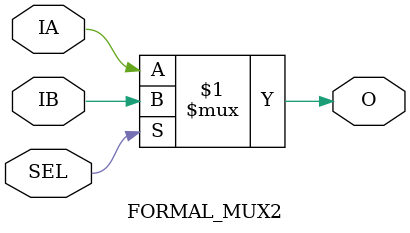
<source format=v>
/*
 *  yosys -- Yosys Open SYnthesis Suite
 *
 *  Copyright (C) 2012  Clifford Wolf <clifford@clifford.at>
 *
 *  Permission to use, copy, modify, and/or distribute this software for any
 *  purpose with or without fee is hereby granted, provided that the above
 *  copyright notice and this permission notice appear in all copies.
 *
 *  THE SOFTWARE IS PROVIDED "AS IS" AND THE AUTHOR DISCLAIMS ALL WARRANTIES
 *  WITH REGARD TO THIS SOFTWARE INCLUDING ALL IMPLIED WARRANTIES OF
 *  MERCHANTABILITY AND FITNESS. IN NO EVENT SHALL THE AUTHOR BE LIABLE FOR
 *  ANY SPECIAL, DIRECT, INDIRECT, OR CONSEQUENTIAL DAMAGES OR ANY DAMAGES
 *  WHATSOEVER RESULTING FROM LOSS OF USE, DATA OR PROFITS, WHETHER IN AN
 *  ACTION OF CONTRACT, NEGLIGENCE OR OTHER TORTIOUS ACTION, ARISING OUT OF
 *  OR IN CONNECTION WITH THE USE OR PERFORMANCE OF THIS SOFTWARE.
 *
 */

// See Xilinx UG953 and UG474 for a description of the cell types below.
// http://www.xilinx.com/support/documentation/user_guides/ug474_7Series_CLB.pdf
// http://www.xilinx.com/support/documentation/sw_manuals/xilinx2014_4/ug953-vivado-7series-libraries.pdf

module VCC(output P);
  assign P = 1;
endmodule

module GND(output G);
  assign G = 0;
endmodule

module IBUF(output O, input I);
  parameter IOSTANDARD = "default";
  parameter IBUF_LOW_PWR = 0;
  assign O = I;
endmodule

module OBUF(output O, input I);
  parameter IOSTANDARD = "default";
  parameter DRIVE = 12;
  parameter SLEW = "SLOW";
  assign O = I;
endmodule

module BUFG(output O, input I);
  assign O = I;
endmodule

module BUFGCTRL(
    output O,
    input I0, input I1,
    input S0, input S1,
    input CE0, input CE1,
    input IGNORE0, input IGNORE1);

parameter [0:0] INIT_OUT = 1'b0;
parameter PRESELECT_I0 = "FALSE";
parameter PRESELECT_I1 = "FALSE";
parameter [0:0] IS_CE0_INVERTED = 1'b0;
parameter [0:0] IS_CE1_INVERTED = 1'b0;
parameter [0:0] IS_S0_INVERTED = 1'b0;
parameter [0:0] IS_S1_INVERTED = 1'b0;
parameter [0:0] IS_IGNORE0_INVERTED = 1'b0;
parameter [0:0] IS_IGNORE1_INVERTED = 1'b0;

wire I0_internal = ((CE0 ^ IS_CE0_INVERTED) ? I0 : INIT_OUT);
wire I1_internal = ((CE1 ^ IS_CE1_INVERTED) ? I1 : INIT_OUT);
wire S0_true = (S0 ^ IS_S0_INVERTED);
wire S1_true = (S1 ^ IS_S1_INVERTED);

assign O = S0_true ? I0_internal : (S1_true ? I1_internal : INIT_OUT);

endmodule

module BUFHCE(output O, input I, input CE);

parameter [0:0] INIT_OUT = 1'b0;
parameter CE_TYPE = "SYNC";
parameter [0:0] IS_CE_INVERTED = 1'b0;

assign O = ((CE ^ IS_CE_INVERTED) ? I : INIT_OUT);

endmodule

// module OBUFT(output O, input I, T);
//   assign O = T ? 1'bz : I;
// endmodule

// module IOBUF(inout IO, output O, input I, T);
//   assign O = IO, IO = T ? 1'bz : I;
// endmodule

module INV(output O, input I);
  assign O = !I;
endmodule

module LUT1(output O, input I0);
  parameter [1:0] INIT = 0;
  assign O = I0 ? INIT[1] : INIT[0];
endmodule

module LUT2(output O, input I0, I1);
  parameter [3:0] INIT = 0;
  wire [ 1: 0] s1 = I1 ? INIT[ 3: 2] : INIT[ 1: 0];
  assign O = I0 ? s1[1] : s1[0];
endmodule

module LUT3(output O, input I0, I1, I2);
  parameter [7:0] INIT = 0;
  wire [ 3: 0] s2 = I2 ? INIT[ 7: 4] : INIT[ 3: 0];
  wire [ 1: 0] s1 = I1 ?   s2[ 3: 2] :   s2[ 1: 0];
  assign O = I0 ? s1[1] : s1[0];
endmodule

module LUT4(output O, input I0, I1, I2, I3);
  parameter [15:0] INIT = 0;
  wire [ 7: 0] s3 = I3 ? INIT[15: 8] : INIT[ 7: 0];
  wire [ 3: 0] s2 = I2 ?   s3[ 7: 4] :   s3[ 3: 0];
  wire [ 1: 0] s1 = I1 ?   s2[ 3: 2] :   s2[ 1: 0];
  assign O = I0 ? s1[1] : s1[0];
endmodule

module LUT5(output O, input I0, I1, I2, I3, I4);
  parameter [31:0] INIT = 0;
  wire [15: 0] s4 = I4 ? INIT[31:16] : INIT[15: 0];
  wire [ 7: 0] s3 = I3 ?   s4[15: 8] :   s4[ 7: 0];
  wire [ 3: 0] s2 = I2 ?   s3[ 7: 4] :   s3[ 3: 0];
  wire [ 1: 0] s1 = I1 ?   s2[ 3: 2] :   s2[ 1: 0];
  assign O = I0 ? s1[1] : s1[0];
endmodule

module LUT6(output O, input I0, I1, I2, I3, I4, I5);
  parameter [63:0] INIT = 0;
  wire [31: 0] s5 = I5 ? INIT[63:32] : INIT[31: 0];
  wire [15: 0] s4 = I4 ?   s5[31:16] :   s5[15: 0];
  wire [ 7: 0] s3 = I3 ?   s4[15: 8] :   s4[ 7: 0];
  wire [ 3: 0] s2 = I2 ?   s3[ 7: 4] :   s3[ 3: 0];
  wire [ 1: 0] s1 = I1 ?   s2[ 3: 2] :   s2[ 1: 0];
  assign O = I0 ? s1[1] : s1[0];
endmodule

module LUT6_2(output O6, output O5, input I0, I1, I2, I3, I4, I5);
  parameter [63:0] INIT = 0;
  wire [31: 0] s5 = I5 ? INIT[63:32] : INIT[31: 0];
  wire [15: 0] s4 = I4 ?   s5[31:16] :   s5[15: 0];
  wire [ 7: 0] s3 = I3 ?   s4[15: 8] :   s4[ 7: 0];
  wire [ 3: 0] s2 = I2 ?   s3[ 7: 4] :   s3[ 3: 0];
  wire [ 1: 0] s1 = I1 ?   s2[ 3: 2] :   s2[ 1: 0];
  assign O6 = I0 ? s1[1] : s1[0];

  wire [15: 0] s5_4 = I4 ? INIT[31:16] : INIT[15: 0];
  wire [ 7: 0] s5_3 = I3 ? s5_4[15: 8] : s5_4[ 7: 0];
  wire [ 3: 0] s5_2 = I2 ? s5_3[ 7: 4] : s5_3[ 3: 0];
  wire [ 1: 0] s5_1 = I1 ? s5_2[ 3: 2] : s5_2[ 1: 0];
  assign O5 = I0 ? s5_1[1] : s5_1[0];
endmodule

module MUXCY(output O, input CI, DI, S);
  assign O = S ? CI : DI;
endmodule

(* abc_box_id = 1, lib_whitebox *)
module MUXF7(output O, input I0, I1, S);
  assign O = S ? I1 : I0;
endmodule

(* abc_box_id = 2, lib_whitebox *)
module MUXF8(output O, input I0, I1, S);
  assign O = S ? I1 : I0;
endmodule

`ifdef _ABC
(* abc_box_id = 3, lib_whitebox *)
module \$__XILINX_MUXF78 (output O, input I0, I1, I2, I3, S0, S1);
  assign O = S1 ? (S0 ? I3 : I2)
                : (S0 ? I1 : I0);
endmodule
`endif

module XORCY(output O, input CI, LI);
  assign O = CI ^ LI;
endmodule

(* abc_box_id = 4, abc_carry="CI,CO", lib_whitebox *)
module CARRY4(output [3:0] CO, O, input CI, CYINIT, input [3:0] DI, S);
  assign O = S ^ {CO[2:0], CI | CYINIT};
  assign CO[0] = S[0] ? CI | CYINIT : DI[0];
  assign CO[1] = S[1] ? CO[0] : DI[1];
  assign CO[2] = S[2] ? CO[1] : DI[2];
  assign CO[3] = S[3] ? CO[2] : DI[3];
endmodule

`ifdef _EXPLICIT_CARRY

module CARRY0(output CO_CHAIN, CO_FABRIC, O, input CI, CI_INIT, DI, S);
  parameter CYINIT_FABRIC = 0;
  wire CI_COMBINE;
  if(CYINIT_FABRIC) begin
    assign CI_COMBINE = CI_INIT;
  end else begin
    assign CI_COMBINE = CI;
  end
  assign CO_CHAIN = S ? CI_COMBINE : DI;
  assign CO_FABRIC = S ? CI_COMBINE : DI;
  assign O = S ^ CI_COMBINE;
endmodule

module CARRY(output CO_CHAIN, CO_FABRIC, O, input CI, DI, S);
  assign CO_CHAIN = S ? CI : DI;
  assign CO_FABRIC = S ? CI : DI;
  assign O = S ^ CI;
endmodule

`endif

module FDRE (output reg Q, input C, CE, D, R);
  parameter [0:0] INIT = 1'b0;
  parameter [0:0] IS_C_INVERTED = 1'b0;
  parameter [0:0] IS_D_INVERTED = 1'b0;
  parameter [0:0] IS_R_INVERTED = 1'b0;
  initial Q <= INIT;
  generate case (|IS_C_INVERTED)
    1'b0: always @(posedge C) if (R == !IS_R_INVERTED) Q <= 1'b0; else if (CE) Q <= D ^ IS_D_INVERTED;
    1'b1: always @(negedge C) if (R == !IS_R_INVERTED) Q <= 1'b0; else if (CE) Q <= D ^ IS_D_INVERTED;
  endcase endgenerate
endmodule

module FDSE (output reg Q, input C, CE, D, S);
  parameter [0:0] INIT = 1'b1;
  parameter [0:0] IS_C_INVERTED = 1'b0;
  parameter [0:0] IS_D_INVERTED = 1'b0;
  parameter [0:0] IS_S_INVERTED = 1'b0;
  initial Q <= INIT;
  generate case (|IS_C_INVERTED)
    1'b0: always @(posedge C) if (S == !IS_S_INVERTED) Q <= 1'b1; else if (CE) Q <= D ^ IS_D_INVERTED;
    1'b1: always @(negedge C) if (S == !IS_S_INVERTED) Q <= 1'b1; else if (CE) Q <= D ^ IS_D_INVERTED;
  endcase endgenerate
endmodule

module FDCE (output reg Q, input C, CE, D, CLR);
  parameter [0:0] INIT = 1'b0;
  parameter [0:0] IS_C_INVERTED = 1'b0;
  parameter [0:0] IS_D_INVERTED = 1'b0;
  parameter [0:0] IS_CLR_INVERTED = 1'b0;
  initial Q <= INIT;
  generate case ({|IS_C_INVERTED, |IS_CLR_INVERTED})
    2'b00: always @(posedge C, posedge CLR) if ( CLR) Q <= 1'b0; else if (CE) Q <= D ^ IS_D_INVERTED;
    2'b01: always @(posedge C, negedge CLR) if (!CLR) Q <= 1'b0; else if (CE) Q <= D ^ IS_D_INVERTED;
    2'b10: always @(negedge C, posedge CLR) if ( CLR) Q <= 1'b0; else if (CE) Q <= D ^ IS_D_INVERTED;
    2'b11: always @(negedge C, negedge CLR) if (!CLR) Q <= 1'b0; else if (CE) Q <= D ^ IS_D_INVERTED;
  endcase endgenerate
endmodule

module FDPE (output reg Q, input C, CE, D, PRE);
  parameter [0:0] INIT = 1'b1;
  parameter [0:0] IS_C_INVERTED = 1'b0;
  parameter [0:0] IS_D_INVERTED = 1'b0;
  parameter [0:0] IS_PRE_INVERTED = 1'b0;
  initial Q <= INIT;
  generate case ({|IS_C_INVERTED, |IS_PRE_INVERTED})
    2'b00: always @(posedge C, posedge PRE) if ( PRE) Q <= 1'b1; else if (CE) Q <= D ^ IS_D_INVERTED;
    2'b01: always @(posedge C, negedge PRE) if (!PRE) Q <= 1'b1; else if (CE) Q <= D ^ IS_D_INVERTED;
    2'b10: always @(negedge C, posedge PRE) if ( PRE) Q <= 1'b1; else if (CE) Q <= D ^ IS_D_INVERTED;
    2'b11: always @(negedge C, negedge PRE) if (!PRE) Q <= 1'b1; else if (CE) Q <= D ^ IS_D_INVERTED;
  endcase endgenerate
endmodule

module FDRE_1 (output reg Q, input C, CE, D, R);
  parameter [0:0] INIT = 1'b0;
  initial Q <= INIT;
  always @(negedge C) if (R) Q <= 1'b0; else if(CE) Q <= D;
endmodule

module FDSE_1 (output reg Q, input C, CE, D, S);
  parameter [0:0] INIT = 1'b1;
  initial Q <= INIT;
  always @(negedge C) if (S) Q <= 1'b1; else if(CE) Q <= D;
endmodule

module FDCE_1 (output reg Q, input C, CE, D, CLR);
  parameter [0:0] INIT = 1'b0;
  initial Q <= INIT;
  always @(negedge C, posedge CLR) if (CLR) Q <= 1'b0; else if (CE) Q <= D;
endmodule

module FDPE_1 (output reg Q, input C, CE, D, PRE);
  parameter [0:0] INIT = 1'b1;
  initial Q <= INIT;
  always @(negedge C, posedge PRE) if (PRE) Q <= 1'b1; else if (CE) Q <= D;
endmodule

(* abc_box_id = 5, abc_scc_break="D,WE" *)
module RAM32X1D (
  output DPO, SPO,
  input  D, WCLK, WE,
  input  A0, A1, A2, A3, A4,
  input  DPRA0, DPRA1, DPRA2, DPRA3, DPRA4
);
  parameter INIT = 32'h0;
  parameter IS_WCLK_INVERTED = 1'b0;
  wire [4:0] a = {A4, A3, A2, A1, A0};
  wire [4:0] dpra = {DPRA4, DPRA3, DPRA2, DPRA1, DPRA0};
  reg [31:0] mem = INIT;
  assign SPO = mem[a];
  assign DPO = mem[dpra];
  wire clk = WCLK ^ IS_WCLK_INVERTED;
  always @(posedge clk) if (WE) mem[a] <= D;
endmodule

(* abc_box_id = 6, abc_scc_break="D,WE" *)
module RAM64X1D (
  output DPO, SPO,
  input  D, WCLK, WE,
  input  A0, A1, A2, A3, A4, A5,
  input  DPRA0, DPRA1, DPRA2, DPRA3, DPRA4, DPRA5
);
  parameter INIT = 64'h0;
  parameter IS_WCLK_INVERTED = 1'b0;
  wire [5:0] a = {A5, A4, A3, A2, A1, A0};
  wire [5:0] dpra = {DPRA5, DPRA4, DPRA3, DPRA2, DPRA1, DPRA0};
  reg [63:0] mem = INIT;
  assign SPO = mem[a];
  assign DPO = mem[dpra];
  wire clk = WCLK ^ IS_WCLK_INVERTED;
  always @(posedge clk) if (WE) mem[a] <= D;
endmodule

(* abc_box_id = 7, abc_scc_break="D,WE" *)
module RAM128X1D (
  output       DPO, SPO,
  input        D, WCLK, WE,
  input  [6:0] A, DPRA
);
  parameter INIT = 128'h0;
  parameter IS_WCLK_INVERTED = 1'b0;
  reg [127:0] mem = INIT;
  assign SPO = mem[A];
  assign DPO = mem[DPRA];
  wire clk = WCLK ^ IS_WCLK_INVERTED;
  always @(posedge clk) if (WE) mem[A] <= D;
endmodule

module SRL16E (
  output Q,
  input A0, A1, A2, A3, CE, CLK, D
);
  parameter [15:0] INIT = 16'h0000;
  parameter [0:0] IS_CLK_INVERTED = 1'b0;

  reg [15:0] r = INIT;
  assign Q = r[{A3,A2,A1,A0}];
  generate
    if (IS_CLK_INVERTED) begin
      always @(negedge CLK) if (CE) r <= { r[14:0], D };
    end
    else
        always @(posedge CLK) if (CE) r <= { r[14:0], D };
  endgenerate
endmodule

module SRLC32E (
  output Q,
  output Q31,
  input [4:0] A,
  input CE, CLK, D
);
  parameter [31:0] INIT = 32'h00000000;
  parameter [0:0] IS_CLK_INVERTED = 1'b0;

  reg [31:0] r = INIT;
  assign Q31 = r[31];
  assign Q = r[A];
  generate
    if (IS_CLK_INVERTED) begin
      always @(negedge CLK) if (CE) r <= { r[30:0], D };
    end
    else
      always @(posedge CLK) if (CE) r <= { r[30:0], D };
  endgenerate
endmodule

module FORMAL_MUX2 (O, IA, IB, SEL);

  output O;
  input IA, IB, SEL;
  assign O = SEL ? IB : IA;
endmodule

</source>
